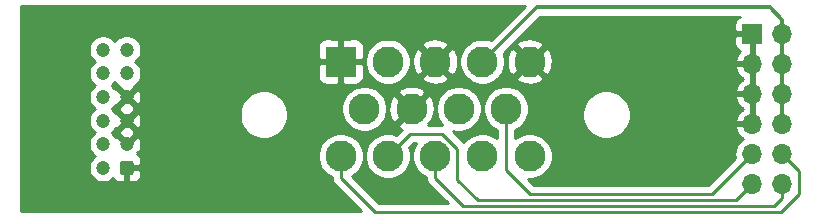
<source format=gbr>
G04 #@! TF.GenerationSoftware,KiCad,Pcbnew,(5.1.4)-1*
G04 #@! TF.CreationDate,2020-11-15T00:00:24-05:00*
G04 #@! TF.ProjectId,MAIN_newBreakoutBoard,4d41494e-5f6e-4657-9742-7265616b6f75,v1.0*
G04 #@! TF.SameCoordinates,Original*
G04 #@! TF.FileFunction,Copper,L2,Bot*
G04 #@! TF.FilePolarity,Positive*
%FSLAX46Y46*%
G04 Gerber Fmt 4.6, Leading zero omitted, Abs format (unit mm)*
G04 Created by KiCad (PCBNEW (5.1.4)-1) date 2020-11-15 00:00:24*
%MOMM*%
%LPD*%
G04 APERTURE LIST*
%ADD10R,2.625000X2.625000*%
%ADD11C,2.625000*%
%ADD12R,1.700000X1.700000*%
%ADD13O,1.700000X1.700000*%
%ADD14C,0.100000*%
%ADD15C,1.200000*%
%ADD16C,0.299720*%
%ADD17C,0.254000*%
G04 APERTURE END LIST*
D10*
X142000000Y-96000000D03*
D11*
X146000000Y-96000000D03*
X150000000Y-96000000D03*
X154000000Y-96000000D03*
X158000000Y-96000000D03*
X144000000Y-100000000D03*
X148000000Y-100000000D03*
X152000000Y-100000000D03*
X156000000Y-100000000D03*
X142000000Y-104000000D03*
X146000000Y-104000000D03*
X150000000Y-104000000D03*
X154000000Y-104000000D03*
X158000000Y-104000000D03*
D12*
X176830000Y-93650000D03*
D13*
X179370000Y-93650000D03*
X176830000Y-96190000D03*
X179370000Y-96190000D03*
X176830000Y-98730000D03*
X179370000Y-98730000D03*
X176830000Y-101270000D03*
X179370000Y-101270000D03*
X176830000Y-103810000D03*
X179370000Y-103810000D03*
X176830000Y-106350000D03*
X179370000Y-106350000D03*
D14*
G36*
X124264505Y-104401204D02*
G01*
X124288773Y-104404804D01*
X124312572Y-104410765D01*
X124335671Y-104419030D01*
X124357850Y-104429520D01*
X124378893Y-104442132D01*
X124398599Y-104456747D01*
X124416777Y-104473223D01*
X124433253Y-104491401D01*
X124447868Y-104511107D01*
X124460480Y-104532150D01*
X124470970Y-104554329D01*
X124479235Y-104577428D01*
X124485196Y-104601227D01*
X124488796Y-104625495D01*
X124490000Y-104649999D01*
X124490000Y-105350001D01*
X124488796Y-105374505D01*
X124485196Y-105398773D01*
X124479235Y-105422572D01*
X124470970Y-105445671D01*
X124460480Y-105467850D01*
X124447868Y-105488893D01*
X124433253Y-105508599D01*
X124416777Y-105526777D01*
X124398599Y-105543253D01*
X124378893Y-105557868D01*
X124357850Y-105570480D01*
X124335671Y-105580970D01*
X124312572Y-105589235D01*
X124288773Y-105595196D01*
X124264505Y-105598796D01*
X124240001Y-105600000D01*
X123539999Y-105600000D01*
X123515495Y-105598796D01*
X123491227Y-105595196D01*
X123467428Y-105589235D01*
X123444329Y-105580970D01*
X123422150Y-105570480D01*
X123401107Y-105557868D01*
X123381401Y-105543253D01*
X123363223Y-105526777D01*
X123346747Y-105508599D01*
X123332132Y-105488893D01*
X123319520Y-105467850D01*
X123309030Y-105445671D01*
X123300765Y-105422572D01*
X123294804Y-105398773D01*
X123291204Y-105374505D01*
X123290000Y-105350001D01*
X123290000Y-104649999D01*
X123291204Y-104625495D01*
X123294804Y-104601227D01*
X123300765Y-104577428D01*
X123309030Y-104554329D01*
X123319520Y-104532150D01*
X123332132Y-104511107D01*
X123346747Y-104491401D01*
X123363223Y-104473223D01*
X123381401Y-104456747D01*
X123401107Y-104442132D01*
X123422150Y-104429520D01*
X123444329Y-104419030D01*
X123467428Y-104410765D01*
X123491227Y-104404804D01*
X123515495Y-104401204D01*
X123539999Y-104400000D01*
X124240001Y-104400000D01*
X124264505Y-104401204D01*
X124264505Y-104401204D01*
G37*
D15*
X123890000Y-105000000D03*
X123890000Y-103000000D03*
X123890000Y-101000000D03*
X123890000Y-99000000D03*
X123890000Y-97000000D03*
X123890000Y-95000000D03*
X121890000Y-105000000D03*
X121890000Y-103000000D03*
X121890000Y-101000000D03*
X121890000Y-99000000D03*
X121890000Y-97000000D03*
X121890000Y-95000000D03*
D16*
X179370000Y-101270000D02*
X179370000Y-98730000D01*
X179370000Y-98730000D02*
X179370000Y-96190000D01*
X179370000Y-96190000D02*
X179370000Y-93650000D01*
X158585400Y-91414600D02*
X154000000Y-96000000D01*
X178336681Y-91414600D02*
X158585400Y-91414600D01*
X179370000Y-92447919D02*
X178336681Y-91414600D01*
X179370000Y-93650000D02*
X179370000Y-92447919D01*
D17*
X156000000Y-105200000D02*
X156000000Y-100000000D01*
X158038770Y-107238770D02*
X156000000Y-105200000D01*
X176830000Y-103810000D02*
X173401230Y-107238770D01*
X173401230Y-107238770D02*
X158038770Y-107238770D01*
X142000000Y-105856155D02*
X142000000Y-104000000D01*
X144906645Y-108762800D02*
X142000000Y-105856155D01*
X179273200Y-108762800D02*
X144906645Y-108762800D01*
X180793990Y-107242010D02*
X179273200Y-108762800D01*
X179370000Y-103810000D02*
X180793990Y-105233990D01*
X180793990Y-105233990D02*
X180793990Y-107242010D01*
X147892000Y-102108000D02*
X150622000Y-102108000D01*
X146000000Y-104000000D02*
X147892000Y-102108000D01*
X150622000Y-102108000D02*
X151892000Y-103378000D01*
X151892000Y-103378000D02*
X151892000Y-106045000D01*
X151892000Y-106045000D02*
X153593780Y-107746780D01*
X176830000Y-106350000D02*
X175433220Y-107746780D01*
X153593780Y-107746780D02*
X170992780Y-107746780D01*
X170992780Y-107746780D02*
X171424620Y-107746780D01*
X175433220Y-107746780D02*
X170992780Y-107746780D01*
X150000000Y-104490434D02*
X149987000Y-104503434D01*
X150000000Y-104000000D02*
X150000000Y-104490434D01*
X150000000Y-105856155D02*
X150000000Y-104000000D01*
X152398635Y-108254790D02*
X150000000Y-105856155D01*
X178667291Y-108254790D02*
X152398635Y-108254790D01*
X179370000Y-107552081D02*
X178667291Y-108254790D01*
X179370000Y-106350000D02*
X179370000Y-107552081D01*
G36*
X154705692Y-94184348D02*
G01*
X154568065Y-94127341D01*
X154191812Y-94052500D01*
X153808188Y-94052500D01*
X153431935Y-94127341D01*
X153077513Y-94274148D01*
X152758541Y-94487278D01*
X152487278Y-94758541D01*
X152274148Y-95077513D01*
X152127341Y-95431935D01*
X152052500Y-95808188D01*
X152052500Y-96191812D01*
X152127341Y-96568065D01*
X152274148Y-96922487D01*
X152487278Y-97241459D01*
X152758541Y-97512722D01*
X153077513Y-97725852D01*
X153431935Y-97872659D01*
X153808188Y-97947500D01*
X154191812Y-97947500D01*
X154568065Y-97872659D01*
X154922487Y-97725852D01*
X155241459Y-97512722D01*
X155396053Y-97358128D01*
X156821477Y-97358128D01*
X156954919Y-97654496D01*
X157297776Y-97826590D01*
X157667620Y-97928490D01*
X158050236Y-97956279D01*
X158430921Y-97908889D01*
X158795048Y-97788142D01*
X159045081Y-97654496D01*
X159178523Y-97358128D01*
X158000000Y-96179605D01*
X156821477Y-97358128D01*
X155396053Y-97358128D01*
X155512722Y-97241459D01*
X155725852Y-96922487D01*
X155872659Y-96568065D01*
X155947500Y-96191812D01*
X155947500Y-96050236D01*
X156043721Y-96050236D01*
X156091111Y-96430921D01*
X156211858Y-96795048D01*
X156345504Y-97045081D01*
X156641872Y-97178523D01*
X157820395Y-96000000D01*
X158179605Y-96000000D01*
X159358128Y-97178523D01*
X159654496Y-97045081D01*
X159826590Y-96702224D01*
X159869387Y-96546890D01*
X175388524Y-96546890D01*
X175433175Y-96694099D01*
X175558359Y-96956920D01*
X175732412Y-97190269D01*
X175948645Y-97385178D01*
X176074255Y-97460000D01*
X175948645Y-97534822D01*
X175732412Y-97729731D01*
X175558359Y-97963080D01*
X175433175Y-98225901D01*
X175388524Y-98373110D01*
X175509845Y-98603000D01*
X176703000Y-98603000D01*
X176703000Y-96317000D01*
X175509845Y-96317000D01*
X175388524Y-96546890D01*
X159869387Y-96546890D01*
X159928490Y-96332380D01*
X159956279Y-95949764D01*
X159908889Y-95569079D01*
X159788142Y-95204952D01*
X159654496Y-94954919D01*
X159358128Y-94821477D01*
X158179605Y-96000000D01*
X157820395Y-96000000D01*
X156641872Y-94821477D01*
X156345504Y-94954919D01*
X156173410Y-95297776D01*
X156071510Y-95667620D01*
X156043721Y-96050236D01*
X155947500Y-96050236D01*
X155947500Y-95808188D01*
X155872659Y-95431935D01*
X155815652Y-95294308D01*
X156468088Y-94641872D01*
X156821477Y-94641872D01*
X158000000Y-95820395D01*
X159178523Y-94641872D01*
X159114645Y-94500000D01*
X175341928Y-94500000D01*
X175354188Y-94624482D01*
X175390498Y-94744180D01*
X175449463Y-94854494D01*
X175528815Y-94951185D01*
X175625506Y-95030537D01*
X175735820Y-95089502D01*
X175816466Y-95113966D01*
X175732412Y-95189731D01*
X175558359Y-95423080D01*
X175433175Y-95685901D01*
X175388524Y-95833110D01*
X175509845Y-96063000D01*
X176703000Y-96063000D01*
X176703000Y-93777000D01*
X175503750Y-93777000D01*
X175345000Y-93935750D01*
X175341928Y-94500000D01*
X159114645Y-94500000D01*
X159045081Y-94345504D01*
X158702224Y-94173410D01*
X158332380Y-94071510D01*
X157949764Y-94043721D01*
X157569079Y-94091111D01*
X157204952Y-94211858D01*
X156954919Y-94345504D01*
X156821477Y-94641872D01*
X156468088Y-94641872D01*
X158910500Y-92199460D01*
X175772207Y-92199460D01*
X175735820Y-92210498D01*
X175625506Y-92269463D01*
X175528815Y-92348815D01*
X175449463Y-92445506D01*
X175390498Y-92555820D01*
X175354188Y-92675518D01*
X175341928Y-92800000D01*
X175345000Y-93364250D01*
X175503750Y-93523000D01*
X176703000Y-93523000D01*
X176703000Y-93503000D01*
X176957000Y-93503000D01*
X176957000Y-93523000D01*
X176977000Y-93523000D01*
X176977000Y-93777000D01*
X176957000Y-93777000D01*
X176957000Y-96063000D01*
X176977000Y-96063000D01*
X176977000Y-96317000D01*
X176957000Y-96317000D01*
X176957000Y-98603000D01*
X176977000Y-98603000D01*
X176977000Y-98857000D01*
X176957000Y-98857000D01*
X176957000Y-101143000D01*
X176977000Y-101143000D01*
X176977000Y-101397000D01*
X176957000Y-101397000D01*
X176957000Y-101417000D01*
X176703000Y-101417000D01*
X176703000Y-101397000D01*
X175509845Y-101397000D01*
X175388524Y-101626890D01*
X175433175Y-101774099D01*
X175558359Y-102036920D01*
X175732412Y-102270269D01*
X175948645Y-102465178D01*
X176065523Y-102534799D01*
X176000986Y-102569294D01*
X175774866Y-102754866D01*
X175589294Y-102980986D01*
X175451401Y-103238966D01*
X175366487Y-103518889D01*
X175337815Y-103810000D01*
X175366487Y-104101111D01*
X175388545Y-104173825D01*
X173085600Y-106476770D01*
X158354401Y-106476770D01*
X157825131Y-105947500D01*
X158191812Y-105947500D01*
X158568065Y-105872659D01*
X158922487Y-105725852D01*
X159241459Y-105512722D01*
X159512722Y-105241459D01*
X159725852Y-104922487D01*
X159872659Y-104568065D01*
X159947500Y-104191812D01*
X159947500Y-103808188D01*
X159872659Y-103431935D01*
X159725852Y-103077513D01*
X159512722Y-102758541D01*
X159241459Y-102487278D01*
X158922487Y-102274148D01*
X158568065Y-102127341D01*
X158191812Y-102052500D01*
X157808188Y-102052500D01*
X157431935Y-102127341D01*
X157077513Y-102274148D01*
X156762000Y-102484967D01*
X156762000Y-101792328D01*
X156922487Y-101725852D01*
X157241459Y-101512722D01*
X157512722Y-101241459D01*
X157725852Y-100922487D01*
X157872659Y-100568065D01*
X157926555Y-100297108D01*
X162440000Y-100297108D01*
X162440000Y-100702892D01*
X162519165Y-101100880D01*
X162674452Y-101475776D01*
X162899894Y-101813173D01*
X163186827Y-102100106D01*
X163524224Y-102325548D01*
X163899120Y-102480835D01*
X164297108Y-102560000D01*
X164702892Y-102560000D01*
X165100880Y-102480835D01*
X165475776Y-102325548D01*
X165813173Y-102100106D01*
X166100106Y-101813173D01*
X166325548Y-101475776D01*
X166480835Y-101100880D01*
X166560000Y-100702892D01*
X166560000Y-100297108D01*
X166480835Y-99899120D01*
X166325548Y-99524224D01*
X166100106Y-99186827D01*
X166000169Y-99086890D01*
X175388524Y-99086890D01*
X175433175Y-99234099D01*
X175558359Y-99496920D01*
X175732412Y-99730269D01*
X175948645Y-99925178D01*
X176074255Y-100000000D01*
X175948645Y-100074822D01*
X175732412Y-100269731D01*
X175558359Y-100503080D01*
X175433175Y-100765901D01*
X175388524Y-100913110D01*
X175509845Y-101143000D01*
X176703000Y-101143000D01*
X176703000Y-98857000D01*
X175509845Y-98857000D01*
X175388524Y-99086890D01*
X166000169Y-99086890D01*
X165813173Y-98899894D01*
X165475776Y-98674452D01*
X165100880Y-98519165D01*
X164702892Y-98440000D01*
X164297108Y-98440000D01*
X163899120Y-98519165D01*
X163524224Y-98674452D01*
X163186827Y-98899894D01*
X162899894Y-99186827D01*
X162674452Y-99524224D01*
X162519165Y-99899120D01*
X162440000Y-100297108D01*
X157926555Y-100297108D01*
X157947500Y-100191812D01*
X157947500Y-99808188D01*
X157872659Y-99431935D01*
X157725852Y-99077513D01*
X157512722Y-98758541D01*
X157241459Y-98487278D01*
X156922487Y-98274148D01*
X156568065Y-98127341D01*
X156191812Y-98052500D01*
X155808188Y-98052500D01*
X155431935Y-98127341D01*
X155077513Y-98274148D01*
X154758541Y-98487278D01*
X154487278Y-98758541D01*
X154274148Y-99077513D01*
X154127341Y-99431935D01*
X154052500Y-99808188D01*
X154052500Y-100191812D01*
X154127341Y-100568065D01*
X154274148Y-100922487D01*
X154487278Y-101241459D01*
X154758541Y-101512722D01*
X155077513Y-101725852D01*
X155238001Y-101792328D01*
X155238001Y-102484967D01*
X154922487Y-102274148D01*
X154568065Y-102127341D01*
X154191812Y-102052500D01*
X153808188Y-102052500D01*
X153431935Y-102127341D01*
X153077513Y-102274148D01*
X152758541Y-102487278D01*
X152487278Y-102758541D01*
X152434366Y-102837729D01*
X152433422Y-102836578D01*
X152404353Y-102812722D01*
X151472323Y-101880693D01*
X151808188Y-101947500D01*
X152191812Y-101947500D01*
X152568065Y-101872659D01*
X152922487Y-101725852D01*
X153241459Y-101512722D01*
X153512722Y-101241459D01*
X153725852Y-100922487D01*
X153872659Y-100568065D01*
X153947500Y-100191812D01*
X153947500Y-99808188D01*
X153872659Y-99431935D01*
X153725852Y-99077513D01*
X153512722Y-98758541D01*
X153241459Y-98487278D01*
X152922487Y-98274148D01*
X152568065Y-98127341D01*
X152191812Y-98052500D01*
X151808188Y-98052500D01*
X151431935Y-98127341D01*
X151077513Y-98274148D01*
X150758541Y-98487278D01*
X150487278Y-98758541D01*
X150274148Y-99077513D01*
X150127341Y-99431935D01*
X150052500Y-99808188D01*
X150052500Y-100191812D01*
X150127341Y-100568065D01*
X150274148Y-100922487D01*
X150487278Y-101241459D01*
X150591170Y-101345351D01*
X150584577Y-101346000D01*
X149420638Y-101346000D01*
X149473123Y-101293515D01*
X149358130Y-101178522D01*
X149654496Y-101045081D01*
X149826590Y-100702224D01*
X149928490Y-100332380D01*
X149956279Y-99949764D01*
X149908889Y-99569079D01*
X149788142Y-99204952D01*
X149654496Y-98954919D01*
X149358128Y-98821477D01*
X148179605Y-100000000D01*
X148193748Y-100014143D01*
X148014143Y-100193748D01*
X148000000Y-100179605D01*
X146821477Y-101358128D01*
X146954919Y-101654496D01*
X147163285Y-101759084D01*
X146728552Y-102193817D01*
X146568065Y-102127341D01*
X146191812Y-102052500D01*
X145808188Y-102052500D01*
X145431935Y-102127341D01*
X145077513Y-102274148D01*
X144758541Y-102487278D01*
X144487278Y-102758541D01*
X144274148Y-103077513D01*
X144127341Y-103431935D01*
X144052500Y-103808188D01*
X144052500Y-104191812D01*
X144127341Y-104568065D01*
X144274148Y-104922487D01*
X144487278Y-105241459D01*
X144758541Y-105512722D01*
X145077513Y-105725852D01*
X145431935Y-105872659D01*
X145808188Y-105947500D01*
X146191812Y-105947500D01*
X146568065Y-105872659D01*
X146922487Y-105725852D01*
X147241459Y-105512722D01*
X147512722Y-105241459D01*
X147725852Y-104922487D01*
X147872659Y-104568065D01*
X147947500Y-104191812D01*
X147947500Y-103808188D01*
X147872659Y-103431935D01*
X147806183Y-103271448D01*
X148207631Y-102870000D01*
X148412804Y-102870000D01*
X148274148Y-103077513D01*
X148127341Y-103431935D01*
X148052500Y-103808188D01*
X148052500Y-104191812D01*
X148127341Y-104568065D01*
X148274148Y-104922487D01*
X148487278Y-105241459D01*
X148758541Y-105512722D01*
X149077513Y-105725852D01*
X149238000Y-105792328D01*
X149238000Y-105818731D01*
X149234314Y-105856155D01*
X149238000Y-105893578D01*
X149238000Y-105893580D01*
X149249026Y-106005532D01*
X149292598Y-106149169D01*
X149316763Y-106194378D01*
X149363355Y-106281547D01*
X149402983Y-106329833D01*
X149458578Y-106397577D01*
X149487654Y-106421439D01*
X151067014Y-108000800D01*
X145222276Y-108000800D01*
X142937378Y-105715902D01*
X143241459Y-105512722D01*
X143512722Y-105241459D01*
X143725852Y-104922487D01*
X143872659Y-104568065D01*
X143947500Y-104191812D01*
X143947500Y-103808188D01*
X143872659Y-103431935D01*
X143725852Y-103077513D01*
X143512722Y-102758541D01*
X143241459Y-102487278D01*
X142922487Y-102274148D01*
X142568065Y-102127341D01*
X142191812Y-102052500D01*
X141808188Y-102052500D01*
X141431935Y-102127341D01*
X141077513Y-102274148D01*
X140758541Y-102487278D01*
X140487278Y-102758541D01*
X140274148Y-103077513D01*
X140127341Y-103431935D01*
X140052500Y-103808188D01*
X140052500Y-104191812D01*
X140127341Y-104568065D01*
X140274148Y-104922487D01*
X140487278Y-105241459D01*
X140758541Y-105512722D01*
X141077513Y-105725852D01*
X141238000Y-105792328D01*
X141238000Y-105818731D01*
X141234314Y-105856155D01*
X141238000Y-105893578D01*
X141238000Y-105893580D01*
X141249026Y-106005532D01*
X141292598Y-106149169D01*
X141316763Y-106194378D01*
X141363355Y-106281547D01*
X141402983Y-106329833D01*
X141458578Y-106397577D01*
X141487654Y-106421439D01*
X143756214Y-108690000D01*
X114940000Y-108690000D01*
X114940000Y-94878363D01*
X120655000Y-94878363D01*
X120655000Y-95121637D01*
X120702460Y-95360236D01*
X120795557Y-95584992D01*
X120930713Y-95787267D01*
X121102733Y-95959287D01*
X121163664Y-96000000D01*
X121102733Y-96040713D01*
X120930713Y-96212733D01*
X120795557Y-96415008D01*
X120702460Y-96639764D01*
X120655000Y-96878363D01*
X120655000Y-97121637D01*
X120702460Y-97360236D01*
X120795557Y-97584992D01*
X120930713Y-97787267D01*
X121102733Y-97959287D01*
X121163664Y-98000000D01*
X121102733Y-98040713D01*
X120930713Y-98212733D01*
X120795557Y-98415008D01*
X120702460Y-98639764D01*
X120655000Y-98878363D01*
X120655000Y-99121637D01*
X120702460Y-99360236D01*
X120795557Y-99584992D01*
X120930713Y-99787267D01*
X121102733Y-99959287D01*
X121163664Y-100000000D01*
X121102733Y-100040713D01*
X120930713Y-100212733D01*
X120795557Y-100415008D01*
X120702460Y-100639764D01*
X120655000Y-100878363D01*
X120655000Y-101121637D01*
X120702460Y-101360236D01*
X120795557Y-101584992D01*
X120930713Y-101787267D01*
X121102733Y-101959287D01*
X121163664Y-102000000D01*
X121102733Y-102040713D01*
X120930713Y-102212733D01*
X120795557Y-102415008D01*
X120702460Y-102639764D01*
X120655000Y-102878363D01*
X120655000Y-103121637D01*
X120702460Y-103360236D01*
X120795557Y-103584992D01*
X120930713Y-103787267D01*
X121102733Y-103959287D01*
X121163664Y-104000000D01*
X121102733Y-104040713D01*
X120930713Y-104212733D01*
X120795557Y-104415008D01*
X120702460Y-104639764D01*
X120655000Y-104878363D01*
X120655000Y-105121637D01*
X120702460Y-105360236D01*
X120795557Y-105584992D01*
X120930713Y-105787267D01*
X121102733Y-105959287D01*
X121305008Y-106094443D01*
X121529764Y-106187540D01*
X121768363Y-106235000D01*
X122011637Y-106235000D01*
X122250236Y-106187540D01*
X122474992Y-106094443D01*
X122677267Y-105959287D01*
X122732501Y-105904053D01*
X122759463Y-105954494D01*
X122838815Y-106051185D01*
X122935506Y-106130537D01*
X123045820Y-106189502D01*
X123165518Y-106225812D01*
X123290000Y-106238072D01*
X123604250Y-106235000D01*
X123763000Y-106076250D01*
X123763000Y-105127000D01*
X124017000Y-105127000D01*
X124017000Y-106076250D01*
X124175750Y-106235000D01*
X124490000Y-106238072D01*
X124614482Y-106225812D01*
X124734180Y-106189502D01*
X124844494Y-106130537D01*
X124941185Y-106051185D01*
X125020537Y-105954494D01*
X125079502Y-105844180D01*
X125115812Y-105724482D01*
X125128072Y-105600000D01*
X125125000Y-105285750D01*
X124966250Y-105127000D01*
X124017000Y-105127000D01*
X123763000Y-105127000D01*
X123743000Y-105127000D01*
X123743000Y-104873000D01*
X123763000Y-104873000D01*
X123763000Y-104853000D01*
X124017000Y-104853000D01*
X124017000Y-104873000D01*
X124966250Y-104873000D01*
X125125000Y-104714250D01*
X125128072Y-104400000D01*
X125115812Y-104275518D01*
X125079502Y-104155820D01*
X125020537Y-104045506D01*
X124941185Y-103948815D01*
X124844494Y-103869463D01*
X124798994Y-103845142D01*
X124856872Y-103787264D01*
X124739766Y-103670158D01*
X124963348Y-103622852D01*
X125064237Y-103401484D01*
X125120000Y-103164687D01*
X125128495Y-102921562D01*
X125089395Y-102681451D01*
X125004202Y-102453582D01*
X124963348Y-102377148D01*
X124739764Y-102329841D01*
X124069605Y-103000000D01*
X124083748Y-103014143D01*
X123904143Y-103193748D01*
X123890000Y-103179605D01*
X123875858Y-103193748D01*
X123696253Y-103014143D01*
X123710395Y-103000000D01*
X123040236Y-102329841D01*
X122941496Y-102350733D01*
X122849287Y-102212733D01*
X122677267Y-102040713D01*
X122616336Y-102000000D01*
X122677267Y-101959287D01*
X122786790Y-101849764D01*
X123219841Y-101849764D01*
X123251629Y-102000000D01*
X123219841Y-102150236D01*
X123890000Y-102820395D01*
X124560159Y-102150236D01*
X124528371Y-102000000D01*
X124560159Y-101849764D01*
X123890000Y-101179605D01*
X123219841Y-101849764D01*
X122786790Y-101849764D01*
X122849287Y-101787267D01*
X122941496Y-101649267D01*
X123040236Y-101670159D01*
X123710395Y-101000000D01*
X124069605Y-101000000D01*
X124739764Y-101670159D01*
X124963348Y-101622852D01*
X125064237Y-101401484D01*
X125120000Y-101164687D01*
X125128495Y-100921562D01*
X125089395Y-100681451D01*
X125004202Y-100453582D01*
X124963348Y-100377148D01*
X124739764Y-100329841D01*
X124069605Y-101000000D01*
X123710395Y-101000000D01*
X123040236Y-100329841D01*
X122941496Y-100350733D01*
X122849287Y-100212733D01*
X122677267Y-100040713D01*
X122616336Y-100000000D01*
X122677267Y-99959287D01*
X122786790Y-99849764D01*
X123219841Y-99849764D01*
X123251629Y-100000000D01*
X123219841Y-100150236D01*
X123890000Y-100820395D01*
X124413287Y-100297108D01*
X133440000Y-100297108D01*
X133440000Y-100702892D01*
X133519165Y-101100880D01*
X133674452Y-101475776D01*
X133899894Y-101813173D01*
X134186827Y-102100106D01*
X134524224Y-102325548D01*
X134899120Y-102480835D01*
X135297108Y-102560000D01*
X135702892Y-102560000D01*
X136100880Y-102480835D01*
X136475776Y-102325548D01*
X136813173Y-102100106D01*
X137100106Y-101813173D01*
X137325548Y-101475776D01*
X137480835Y-101100880D01*
X137560000Y-100702892D01*
X137560000Y-100297108D01*
X137480835Y-99899120D01*
X137443170Y-99808188D01*
X142052500Y-99808188D01*
X142052500Y-100191812D01*
X142127341Y-100568065D01*
X142274148Y-100922487D01*
X142487278Y-101241459D01*
X142758541Y-101512722D01*
X143077513Y-101725852D01*
X143431935Y-101872659D01*
X143808188Y-101947500D01*
X144191812Y-101947500D01*
X144568065Y-101872659D01*
X144922487Y-101725852D01*
X145241459Y-101512722D01*
X145512722Y-101241459D01*
X145725852Y-100922487D01*
X145872659Y-100568065D01*
X145947500Y-100191812D01*
X145947500Y-100050236D01*
X146043721Y-100050236D01*
X146091111Y-100430921D01*
X146211858Y-100795048D01*
X146345504Y-101045081D01*
X146641872Y-101178523D01*
X147820395Y-100000000D01*
X146641872Y-98821477D01*
X146345504Y-98954919D01*
X146173410Y-99297776D01*
X146071510Y-99667620D01*
X146043721Y-100050236D01*
X145947500Y-100050236D01*
X145947500Y-99808188D01*
X145872659Y-99431935D01*
X145725852Y-99077513D01*
X145512722Y-98758541D01*
X145396053Y-98641872D01*
X146821477Y-98641872D01*
X148000000Y-99820395D01*
X149178523Y-98641872D01*
X149045081Y-98345504D01*
X148702224Y-98173410D01*
X148332380Y-98071510D01*
X147949764Y-98043721D01*
X147569079Y-98091111D01*
X147204952Y-98211858D01*
X146954919Y-98345504D01*
X146821477Y-98641872D01*
X145396053Y-98641872D01*
X145241459Y-98487278D01*
X144922487Y-98274148D01*
X144568065Y-98127341D01*
X144191812Y-98052500D01*
X143808188Y-98052500D01*
X143431935Y-98127341D01*
X143077513Y-98274148D01*
X142758541Y-98487278D01*
X142487278Y-98758541D01*
X142274148Y-99077513D01*
X142127341Y-99431935D01*
X142052500Y-99808188D01*
X137443170Y-99808188D01*
X137325548Y-99524224D01*
X137100106Y-99186827D01*
X136813173Y-98899894D01*
X136475776Y-98674452D01*
X136100880Y-98519165D01*
X135702892Y-98440000D01*
X135297108Y-98440000D01*
X134899120Y-98519165D01*
X134524224Y-98674452D01*
X134186827Y-98899894D01*
X133899894Y-99186827D01*
X133674452Y-99524224D01*
X133519165Y-99899120D01*
X133440000Y-100297108D01*
X124413287Y-100297108D01*
X124560159Y-100150236D01*
X124528371Y-100000000D01*
X124560159Y-99849764D01*
X123890000Y-99179605D01*
X123219841Y-99849764D01*
X122786790Y-99849764D01*
X122849287Y-99787267D01*
X122941496Y-99649267D01*
X123040236Y-99670159D01*
X123710395Y-99000000D01*
X124069605Y-99000000D01*
X124739764Y-99670159D01*
X124963348Y-99622852D01*
X125064237Y-99401484D01*
X125120000Y-99164687D01*
X125128495Y-98921562D01*
X125089395Y-98681451D01*
X125004202Y-98453582D01*
X124963348Y-98377148D01*
X124739764Y-98329841D01*
X124069605Y-99000000D01*
X123710395Y-99000000D01*
X123040236Y-98329841D01*
X122941496Y-98350733D01*
X122849287Y-98212733D01*
X122677267Y-98040713D01*
X122616336Y-98000000D01*
X122677267Y-97959287D01*
X122849287Y-97787267D01*
X122890000Y-97726336D01*
X122930713Y-97787267D01*
X123102733Y-97959287D01*
X123240733Y-98051496D01*
X123219841Y-98150236D01*
X123890000Y-98820395D01*
X124560159Y-98150236D01*
X124539267Y-98051496D01*
X124677267Y-97959287D01*
X124849287Y-97787267D01*
X124984443Y-97584992D01*
X125077540Y-97360236D01*
X125087035Y-97312500D01*
X140049428Y-97312500D01*
X140061688Y-97436982D01*
X140097998Y-97556680D01*
X140156963Y-97666994D01*
X140236315Y-97763685D01*
X140333006Y-97843037D01*
X140443320Y-97902002D01*
X140563018Y-97938312D01*
X140687500Y-97950572D01*
X141714250Y-97947500D01*
X141873000Y-97788750D01*
X141873000Y-96127000D01*
X142127000Y-96127000D01*
X142127000Y-97788750D01*
X142285750Y-97947500D01*
X143312500Y-97950572D01*
X143436982Y-97938312D01*
X143556680Y-97902002D01*
X143666994Y-97843037D01*
X143763685Y-97763685D01*
X143843037Y-97666994D01*
X143902002Y-97556680D01*
X143938312Y-97436982D01*
X143950572Y-97312500D01*
X143947500Y-96285750D01*
X143788750Y-96127000D01*
X142127000Y-96127000D01*
X141873000Y-96127000D01*
X140211250Y-96127000D01*
X140052500Y-96285750D01*
X140049428Y-97312500D01*
X125087035Y-97312500D01*
X125125000Y-97121637D01*
X125125000Y-96878363D01*
X125077540Y-96639764D01*
X124984443Y-96415008D01*
X124849287Y-96212733D01*
X124677267Y-96040713D01*
X124616336Y-96000000D01*
X124677267Y-95959287D01*
X124849287Y-95787267D01*
X124984443Y-95584992D01*
X125077540Y-95360236D01*
X125125000Y-95121637D01*
X125125000Y-94878363D01*
X125087036Y-94687500D01*
X140049428Y-94687500D01*
X140052500Y-95714250D01*
X140211250Y-95873000D01*
X141873000Y-95873000D01*
X141873000Y-94211250D01*
X142127000Y-94211250D01*
X142127000Y-95873000D01*
X143788750Y-95873000D01*
X143853562Y-95808188D01*
X144052500Y-95808188D01*
X144052500Y-96191812D01*
X144127341Y-96568065D01*
X144274148Y-96922487D01*
X144487278Y-97241459D01*
X144758541Y-97512722D01*
X145077513Y-97725852D01*
X145431935Y-97872659D01*
X145808188Y-97947500D01*
X146191812Y-97947500D01*
X146568065Y-97872659D01*
X146922487Y-97725852D01*
X147241459Y-97512722D01*
X147396053Y-97358128D01*
X148821477Y-97358128D01*
X148954919Y-97654496D01*
X149297776Y-97826590D01*
X149667620Y-97928490D01*
X150050236Y-97956279D01*
X150430921Y-97908889D01*
X150795048Y-97788142D01*
X151045081Y-97654496D01*
X151178523Y-97358128D01*
X150000000Y-96179605D01*
X148821477Y-97358128D01*
X147396053Y-97358128D01*
X147512722Y-97241459D01*
X147725852Y-96922487D01*
X147872659Y-96568065D01*
X147947500Y-96191812D01*
X147947500Y-96050236D01*
X148043721Y-96050236D01*
X148091111Y-96430921D01*
X148211858Y-96795048D01*
X148345504Y-97045081D01*
X148641872Y-97178523D01*
X149820395Y-96000000D01*
X150179605Y-96000000D01*
X151358128Y-97178523D01*
X151654496Y-97045081D01*
X151826590Y-96702224D01*
X151928490Y-96332380D01*
X151956279Y-95949764D01*
X151908889Y-95569079D01*
X151788142Y-95204952D01*
X151654496Y-94954919D01*
X151358128Y-94821477D01*
X150179605Y-96000000D01*
X149820395Y-96000000D01*
X148641872Y-94821477D01*
X148345504Y-94954919D01*
X148173410Y-95297776D01*
X148071510Y-95667620D01*
X148043721Y-96050236D01*
X147947500Y-96050236D01*
X147947500Y-95808188D01*
X147872659Y-95431935D01*
X147725852Y-95077513D01*
X147512722Y-94758541D01*
X147396053Y-94641872D01*
X148821477Y-94641872D01*
X150000000Y-95820395D01*
X151178523Y-94641872D01*
X151045081Y-94345504D01*
X150702224Y-94173410D01*
X150332380Y-94071510D01*
X149949764Y-94043721D01*
X149569079Y-94091111D01*
X149204952Y-94211858D01*
X148954919Y-94345504D01*
X148821477Y-94641872D01*
X147396053Y-94641872D01*
X147241459Y-94487278D01*
X146922487Y-94274148D01*
X146568065Y-94127341D01*
X146191812Y-94052500D01*
X145808188Y-94052500D01*
X145431935Y-94127341D01*
X145077513Y-94274148D01*
X144758541Y-94487278D01*
X144487278Y-94758541D01*
X144274148Y-95077513D01*
X144127341Y-95431935D01*
X144052500Y-95808188D01*
X143853562Y-95808188D01*
X143947500Y-95714250D01*
X143950572Y-94687500D01*
X143938312Y-94563018D01*
X143902002Y-94443320D01*
X143843037Y-94333006D01*
X143763685Y-94236315D01*
X143666994Y-94156963D01*
X143556680Y-94097998D01*
X143436982Y-94061688D01*
X143312500Y-94049428D01*
X142285750Y-94052500D01*
X142127000Y-94211250D01*
X141873000Y-94211250D01*
X141714250Y-94052500D01*
X140687500Y-94049428D01*
X140563018Y-94061688D01*
X140443320Y-94097998D01*
X140333006Y-94156963D01*
X140236315Y-94236315D01*
X140156963Y-94333006D01*
X140097998Y-94443320D01*
X140061688Y-94563018D01*
X140049428Y-94687500D01*
X125087036Y-94687500D01*
X125077540Y-94639764D01*
X124984443Y-94415008D01*
X124849287Y-94212733D01*
X124677267Y-94040713D01*
X124474992Y-93905557D01*
X124250236Y-93812460D01*
X124011637Y-93765000D01*
X123768363Y-93765000D01*
X123529764Y-93812460D01*
X123305008Y-93905557D01*
X123102733Y-94040713D01*
X122930713Y-94212733D01*
X122890000Y-94273664D01*
X122849287Y-94212733D01*
X122677267Y-94040713D01*
X122474992Y-93905557D01*
X122250236Y-93812460D01*
X122011637Y-93765000D01*
X121768363Y-93765000D01*
X121529764Y-93812460D01*
X121305008Y-93905557D01*
X121102733Y-94040713D01*
X120930713Y-94212733D01*
X120795557Y-94415008D01*
X120702460Y-94639764D01*
X120655000Y-94878363D01*
X114940000Y-94878363D01*
X114940000Y-91310000D01*
X157580040Y-91310000D01*
X154705692Y-94184348D01*
X154705692Y-94184348D01*
G37*
X154705692Y-94184348D02*
X154568065Y-94127341D01*
X154191812Y-94052500D01*
X153808188Y-94052500D01*
X153431935Y-94127341D01*
X153077513Y-94274148D01*
X152758541Y-94487278D01*
X152487278Y-94758541D01*
X152274148Y-95077513D01*
X152127341Y-95431935D01*
X152052500Y-95808188D01*
X152052500Y-96191812D01*
X152127341Y-96568065D01*
X152274148Y-96922487D01*
X152487278Y-97241459D01*
X152758541Y-97512722D01*
X153077513Y-97725852D01*
X153431935Y-97872659D01*
X153808188Y-97947500D01*
X154191812Y-97947500D01*
X154568065Y-97872659D01*
X154922487Y-97725852D01*
X155241459Y-97512722D01*
X155396053Y-97358128D01*
X156821477Y-97358128D01*
X156954919Y-97654496D01*
X157297776Y-97826590D01*
X157667620Y-97928490D01*
X158050236Y-97956279D01*
X158430921Y-97908889D01*
X158795048Y-97788142D01*
X159045081Y-97654496D01*
X159178523Y-97358128D01*
X158000000Y-96179605D01*
X156821477Y-97358128D01*
X155396053Y-97358128D01*
X155512722Y-97241459D01*
X155725852Y-96922487D01*
X155872659Y-96568065D01*
X155947500Y-96191812D01*
X155947500Y-96050236D01*
X156043721Y-96050236D01*
X156091111Y-96430921D01*
X156211858Y-96795048D01*
X156345504Y-97045081D01*
X156641872Y-97178523D01*
X157820395Y-96000000D01*
X158179605Y-96000000D01*
X159358128Y-97178523D01*
X159654496Y-97045081D01*
X159826590Y-96702224D01*
X159869387Y-96546890D01*
X175388524Y-96546890D01*
X175433175Y-96694099D01*
X175558359Y-96956920D01*
X175732412Y-97190269D01*
X175948645Y-97385178D01*
X176074255Y-97460000D01*
X175948645Y-97534822D01*
X175732412Y-97729731D01*
X175558359Y-97963080D01*
X175433175Y-98225901D01*
X175388524Y-98373110D01*
X175509845Y-98603000D01*
X176703000Y-98603000D01*
X176703000Y-96317000D01*
X175509845Y-96317000D01*
X175388524Y-96546890D01*
X159869387Y-96546890D01*
X159928490Y-96332380D01*
X159956279Y-95949764D01*
X159908889Y-95569079D01*
X159788142Y-95204952D01*
X159654496Y-94954919D01*
X159358128Y-94821477D01*
X158179605Y-96000000D01*
X157820395Y-96000000D01*
X156641872Y-94821477D01*
X156345504Y-94954919D01*
X156173410Y-95297776D01*
X156071510Y-95667620D01*
X156043721Y-96050236D01*
X155947500Y-96050236D01*
X155947500Y-95808188D01*
X155872659Y-95431935D01*
X155815652Y-95294308D01*
X156468088Y-94641872D01*
X156821477Y-94641872D01*
X158000000Y-95820395D01*
X159178523Y-94641872D01*
X159114645Y-94500000D01*
X175341928Y-94500000D01*
X175354188Y-94624482D01*
X175390498Y-94744180D01*
X175449463Y-94854494D01*
X175528815Y-94951185D01*
X175625506Y-95030537D01*
X175735820Y-95089502D01*
X175816466Y-95113966D01*
X175732412Y-95189731D01*
X175558359Y-95423080D01*
X175433175Y-95685901D01*
X175388524Y-95833110D01*
X175509845Y-96063000D01*
X176703000Y-96063000D01*
X176703000Y-93777000D01*
X175503750Y-93777000D01*
X175345000Y-93935750D01*
X175341928Y-94500000D01*
X159114645Y-94500000D01*
X159045081Y-94345504D01*
X158702224Y-94173410D01*
X158332380Y-94071510D01*
X157949764Y-94043721D01*
X157569079Y-94091111D01*
X157204952Y-94211858D01*
X156954919Y-94345504D01*
X156821477Y-94641872D01*
X156468088Y-94641872D01*
X158910500Y-92199460D01*
X175772207Y-92199460D01*
X175735820Y-92210498D01*
X175625506Y-92269463D01*
X175528815Y-92348815D01*
X175449463Y-92445506D01*
X175390498Y-92555820D01*
X175354188Y-92675518D01*
X175341928Y-92800000D01*
X175345000Y-93364250D01*
X175503750Y-93523000D01*
X176703000Y-93523000D01*
X176703000Y-93503000D01*
X176957000Y-93503000D01*
X176957000Y-93523000D01*
X176977000Y-93523000D01*
X176977000Y-93777000D01*
X176957000Y-93777000D01*
X176957000Y-96063000D01*
X176977000Y-96063000D01*
X176977000Y-96317000D01*
X176957000Y-96317000D01*
X176957000Y-98603000D01*
X176977000Y-98603000D01*
X176977000Y-98857000D01*
X176957000Y-98857000D01*
X176957000Y-101143000D01*
X176977000Y-101143000D01*
X176977000Y-101397000D01*
X176957000Y-101397000D01*
X176957000Y-101417000D01*
X176703000Y-101417000D01*
X176703000Y-101397000D01*
X175509845Y-101397000D01*
X175388524Y-101626890D01*
X175433175Y-101774099D01*
X175558359Y-102036920D01*
X175732412Y-102270269D01*
X175948645Y-102465178D01*
X176065523Y-102534799D01*
X176000986Y-102569294D01*
X175774866Y-102754866D01*
X175589294Y-102980986D01*
X175451401Y-103238966D01*
X175366487Y-103518889D01*
X175337815Y-103810000D01*
X175366487Y-104101111D01*
X175388545Y-104173825D01*
X173085600Y-106476770D01*
X158354401Y-106476770D01*
X157825131Y-105947500D01*
X158191812Y-105947500D01*
X158568065Y-105872659D01*
X158922487Y-105725852D01*
X159241459Y-105512722D01*
X159512722Y-105241459D01*
X159725852Y-104922487D01*
X159872659Y-104568065D01*
X159947500Y-104191812D01*
X159947500Y-103808188D01*
X159872659Y-103431935D01*
X159725852Y-103077513D01*
X159512722Y-102758541D01*
X159241459Y-102487278D01*
X158922487Y-102274148D01*
X158568065Y-102127341D01*
X158191812Y-102052500D01*
X157808188Y-102052500D01*
X157431935Y-102127341D01*
X157077513Y-102274148D01*
X156762000Y-102484967D01*
X156762000Y-101792328D01*
X156922487Y-101725852D01*
X157241459Y-101512722D01*
X157512722Y-101241459D01*
X157725852Y-100922487D01*
X157872659Y-100568065D01*
X157926555Y-100297108D01*
X162440000Y-100297108D01*
X162440000Y-100702892D01*
X162519165Y-101100880D01*
X162674452Y-101475776D01*
X162899894Y-101813173D01*
X163186827Y-102100106D01*
X163524224Y-102325548D01*
X163899120Y-102480835D01*
X164297108Y-102560000D01*
X164702892Y-102560000D01*
X165100880Y-102480835D01*
X165475776Y-102325548D01*
X165813173Y-102100106D01*
X166100106Y-101813173D01*
X166325548Y-101475776D01*
X166480835Y-101100880D01*
X166560000Y-100702892D01*
X166560000Y-100297108D01*
X166480835Y-99899120D01*
X166325548Y-99524224D01*
X166100106Y-99186827D01*
X166000169Y-99086890D01*
X175388524Y-99086890D01*
X175433175Y-99234099D01*
X175558359Y-99496920D01*
X175732412Y-99730269D01*
X175948645Y-99925178D01*
X176074255Y-100000000D01*
X175948645Y-100074822D01*
X175732412Y-100269731D01*
X175558359Y-100503080D01*
X175433175Y-100765901D01*
X175388524Y-100913110D01*
X175509845Y-101143000D01*
X176703000Y-101143000D01*
X176703000Y-98857000D01*
X175509845Y-98857000D01*
X175388524Y-99086890D01*
X166000169Y-99086890D01*
X165813173Y-98899894D01*
X165475776Y-98674452D01*
X165100880Y-98519165D01*
X164702892Y-98440000D01*
X164297108Y-98440000D01*
X163899120Y-98519165D01*
X163524224Y-98674452D01*
X163186827Y-98899894D01*
X162899894Y-99186827D01*
X162674452Y-99524224D01*
X162519165Y-99899120D01*
X162440000Y-100297108D01*
X157926555Y-100297108D01*
X157947500Y-100191812D01*
X157947500Y-99808188D01*
X157872659Y-99431935D01*
X157725852Y-99077513D01*
X157512722Y-98758541D01*
X157241459Y-98487278D01*
X156922487Y-98274148D01*
X156568065Y-98127341D01*
X156191812Y-98052500D01*
X155808188Y-98052500D01*
X155431935Y-98127341D01*
X155077513Y-98274148D01*
X154758541Y-98487278D01*
X154487278Y-98758541D01*
X154274148Y-99077513D01*
X154127341Y-99431935D01*
X154052500Y-99808188D01*
X154052500Y-100191812D01*
X154127341Y-100568065D01*
X154274148Y-100922487D01*
X154487278Y-101241459D01*
X154758541Y-101512722D01*
X155077513Y-101725852D01*
X155238001Y-101792328D01*
X155238001Y-102484967D01*
X154922487Y-102274148D01*
X154568065Y-102127341D01*
X154191812Y-102052500D01*
X153808188Y-102052500D01*
X153431935Y-102127341D01*
X153077513Y-102274148D01*
X152758541Y-102487278D01*
X152487278Y-102758541D01*
X152434366Y-102837729D01*
X152433422Y-102836578D01*
X152404353Y-102812722D01*
X151472323Y-101880693D01*
X151808188Y-101947500D01*
X152191812Y-101947500D01*
X152568065Y-101872659D01*
X152922487Y-101725852D01*
X153241459Y-101512722D01*
X153512722Y-101241459D01*
X153725852Y-100922487D01*
X153872659Y-100568065D01*
X153947500Y-100191812D01*
X153947500Y-99808188D01*
X153872659Y-99431935D01*
X153725852Y-99077513D01*
X153512722Y-98758541D01*
X153241459Y-98487278D01*
X152922487Y-98274148D01*
X152568065Y-98127341D01*
X152191812Y-98052500D01*
X151808188Y-98052500D01*
X151431935Y-98127341D01*
X151077513Y-98274148D01*
X150758541Y-98487278D01*
X150487278Y-98758541D01*
X150274148Y-99077513D01*
X150127341Y-99431935D01*
X150052500Y-99808188D01*
X150052500Y-100191812D01*
X150127341Y-100568065D01*
X150274148Y-100922487D01*
X150487278Y-101241459D01*
X150591170Y-101345351D01*
X150584577Y-101346000D01*
X149420638Y-101346000D01*
X149473123Y-101293515D01*
X149358130Y-101178522D01*
X149654496Y-101045081D01*
X149826590Y-100702224D01*
X149928490Y-100332380D01*
X149956279Y-99949764D01*
X149908889Y-99569079D01*
X149788142Y-99204952D01*
X149654496Y-98954919D01*
X149358128Y-98821477D01*
X148179605Y-100000000D01*
X148193748Y-100014143D01*
X148014143Y-100193748D01*
X148000000Y-100179605D01*
X146821477Y-101358128D01*
X146954919Y-101654496D01*
X147163285Y-101759084D01*
X146728552Y-102193817D01*
X146568065Y-102127341D01*
X146191812Y-102052500D01*
X145808188Y-102052500D01*
X145431935Y-102127341D01*
X145077513Y-102274148D01*
X144758541Y-102487278D01*
X144487278Y-102758541D01*
X144274148Y-103077513D01*
X144127341Y-103431935D01*
X144052500Y-103808188D01*
X144052500Y-104191812D01*
X144127341Y-104568065D01*
X144274148Y-104922487D01*
X144487278Y-105241459D01*
X144758541Y-105512722D01*
X145077513Y-105725852D01*
X145431935Y-105872659D01*
X145808188Y-105947500D01*
X146191812Y-105947500D01*
X146568065Y-105872659D01*
X146922487Y-105725852D01*
X147241459Y-105512722D01*
X147512722Y-105241459D01*
X147725852Y-104922487D01*
X147872659Y-104568065D01*
X147947500Y-104191812D01*
X147947500Y-103808188D01*
X147872659Y-103431935D01*
X147806183Y-103271448D01*
X148207631Y-102870000D01*
X148412804Y-102870000D01*
X148274148Y-103077513D01*
X148127341Y-103431935D01*
X148052500Y-103808188D01*
X148052500Y-104191812D01*
X148127341Y-104568065D01*
X148274148Y-104922487D01*
X148487278Y-105241459D01*
X148758541Y-105512722D01*
X149077513Y-105725852D01*
X149238000Y-105792328D01*
X149238000Y-105818731D01*
X149234314Y-105856155D01*
X149238000Y-105893578D01*
X149238000Y-105893580D01*
X149249026Y-106005532D01*
X149292598Y-106149169D01*
X149316763Y-106194378D01*
X149363355Y-106281547D01*
X149402983Y-106329833D01*
X149458578Y-106397577D01*
X149487654Y-106421439D01*
X151067014Y-108000800D01*
X145222276Y-108000800D01*
X142937378Y-105715902D01*
X143241459Y-105512722D01*
X143512722Y-105241459D01*
X143725852Y-104922487D01*
X143872659Y-104568065D01*
X143947500Y-104191812D01*
X143947500Y-103808188D01*
X143872659Y-103431935D01*
X143725852Y-103077513D01*
X143512722Y-102758541D01*
X143241459Y-102487278D01*
X142922487Y-102274148D01*
X142568065Y-102127341D01*
X142191812Y-102052500D01*
X141808188Y-102052500D01*
X141431935Y-102127341D01*
X141077513Y-102274148D01*
X140758541Y-102487278D01*
X140487278Y-102758541D01*
X140274148Y-103077513D01*
X140127341Y-103431935D01*
X140052500Y-103808188D01*
X140052500Y-104191812D01*
X140127341Y-104568065D01*
X140274148Y-104922487D01*
X140487278Y-105241459D01*
X140758541Y-105512722D01*
X141077513Y-105725852D01*
X141238000Y-105792328D01*
X141238000Y-105818731D01*
X141234314Y-105856155D01*
X141238000Y-105893578D01*
X141238000Y-105893580D01*
X141249026Y-106005532D01*
X141292598Y-106149169D01*
X141316763Y-106194378D01*
X141363355Y-106281547D01*
X141402983Y-106329833D01*
X141458578Y-106397577D01*
X141487654Y-106421439D01*
X143756214Y-108690000D01*
X114940000Y-108690000D01*
X114940000Y-94878363D01*
X120655000Y-94878363D01*
X120655000Y-95121637D01*
X120702460Y-95360236D01*
X120795557Y-95584992D01*
X120930713Y-95787267D01*
X121102733Y-95959287D01*
X121163664Y-96000000D01*
X121102733Y-96040713D01*
X120930713Y-96212733D01*
X120795557Y-96415008D01*
X120702460Y-96639764D01*
X120655000Y-96878363D01*
X120655000Y-97121637D01*
X120702460Y-97360236D01*
X120795557Y-97584992D01*
X120930713Y-97787267D01*
X121102733Y-97959287D01*
X121163664Y-98000000D01*
X121102733Y-98040713D01*
X120930713Y-98212733D01*
X120795557Y-98415008D01*
X120702460Y-98639764D01*
X120655000Y-98878363D01*
X120655000Y-99121637D01*
X120702460Y-99360236D01*
X120795557Y-99584992D01*
X120930713Y-99787267D01*
X121102733Y-99959287D01*
X121163664Y-100000000D01*
X121102733Y-100040713D01*
X120930713Y-100212733D01*
X120795557Y-100415008D01*
X120702460Y-100639764D01*
X120655000Y-100878363D01*
X120655000Y-101121637D01*
X120702460Y-101360236D01*
X120795557Y-101584992D01*
X120930713Y-101787267D01*
X121102733Y-101959287D01*
X121163664Y-102000000D01*
X121102733Y-102040713D01*
X120930713Y-102212733D01*
X120795557Y-102415008D01*
X120702460Y-102639764D01*
X120655000Y-102878363D01*
X120655000Y-103121637D01*
X120702460Y-103360236D01*
X120795557Y-103584992D01*
X120930713Y-103787267D01*
X121102733Y-103959287D01*
X121163664Y-104000000D01*
X121102733Y-104040713D01*
X120930713Y-104212733D01*
X120795557Y-104415008D01*
X120702460Y-104639764D01*
X120655000Y-104878363D01*
X120655000Y-105121637D01*
X120702460Y-105360236D01*
X120795557Y-105584992D01*
X120930713Y-105787267D01*
X121102733Y-105959287D01*
X121305008Y-106094443D01*
X121529764Y-106187540D01*
X121768363Y-106235000D01*
X122011637Y-106235000D01*
X122250236Y-106187540D01*
X122474992Y-106094443D01*
X122677267Y-105959287D01*
X122732501Y-105904053D01*
X122759463Y-105954494D01*
X122838815Y-106051185D01*
X122935506Y-106130537D01*
X123045820Y-106189502D01*
X123165518Y-106225812D01*
X123290000Y-106238072D01*
X123604250Y-106235000D01*
X123763000Y-106076250D01*
X123763000Y-105127000D01*
X124017000Y-105127000D01*
X124017000Y-106076250D01*
X124175750Y-106235000D01*
X124490000Y-106238072D01*
X124614482Y-106225812D01*
X124734180Y-106189502D01*
X124844494Y-106130537D01*
X124941185Y-106051185D01*
X125020537Y-105954494D01*
X125079502Y-105844180D01*
X125115812Y-105724482D01*
X125128072Y-105600000D01*
X125125000Y-105285750D01*
X124966250Y-105127000D01*
X124017000Y-105127000D01*
X123763000Y-105127000D01*
X123743000Y-105127000D01*
X123743000Y-104873000D01*
X123763000Y-104873000D01*
X123763000Y-104853000D01*
X124017000Y-104853000D01*
X124017000Y-104873000D01*
X124966250Y-104873000D01*
X125125000Y-104714250D01*
X125128072Y-104400000D01*
X125115812Y-104275518D01*
X125079502Y-104155820D01*
X125020537Y-104045506D01*
X124941185Y-103948815D01*
X124844494Y-103869463D01*
X124798994Y-103845142D01*
X124856872Y-103787264D01*
X124739766Y-103670158D01*
X124963348Y-103622852D01*
X125064237Y-103401484D01*
X125120000Y-103164687D01*
X125128495Y-102921562D01*
X125089395Y-102681451D01*
X125004202Y-102453582D01*
X124963348Y-102377148D01*
X124739764Y-102329841D01*
X124069605Y-103000000D01*
X124083748Y-103014143D01*
X123904143Y-103193748D01*
X123890000Y-103179605D01*
X123875858Y-103193748D01*
X123696253Y-103014143D01*
X123710395Y-103000000D01*
X123040236Y-102329841D01*
X122941496Y-102350733D01*
X122849287Y-102212733D01*
X122677267Y-102040713D01*
X122616336Y-102000000D01*
X122677267Y-101959287D01*
X122786790Y-101849764D01*
X123219841Y-101849764D01*
X123251629Y-102000000D01*
X123219841Y-102150236D01*
X123890000Y-102820395D01*
X124560159Y-102150236D01*
X124528371Y-102000000D01*
X124560159Y-101849764D01*
X123890000Y-101179605D01*
X123219841Y-101849764D01*
X122786790Y-101849764D01*
X122849287Y-101787267D01*
X122941496Y-101649267D01*
X123040236Y-101670159D01*
X123710395Y-101000000D01*
X124069605Y-101000000D01*
X124739764Y-101670159D01*
X124963348Y-101622852D01*
X125064237Y-101401484D01*
X125120000Y-101164687D01*
X125128495Y-100921562D01*
X125089395Y-100681451D01*
X125004202Y-100453582D01*
X124963348Y-100377148D01*
X124739764Y-100329841D01*
X124069605Y-101000000D01*
X123710395Y-101000000D01*
X123040236Y-100329841D01*
X122941496Y-100350733D01*
X122849287Y-100212733D01*
X122677267Y-100040713D01*
X122616336Y-100000000D01*
X122677267Y-99959287D01*
X122786790Y-99849764D01*
X123219841Y-99849764D01*
X123251629Y-100000000D01*
X123219841Y-100150236D01*
X123890000Y-100820395D01*
X124413287Y-100297108D01*
X133440000Y-100297108D01*
X133440000Y-100702892D01*
X133519165Y-101100880D01*
X133674452Y-101475776D01*
X133899894Y-101813173D01*
X134186827Y-102100106D01*
X134524224Y-102325548D01*
X134899120Y-102480835D01*
X135297108Y-102560000D01*
X135702892Y-102560000D01*
X136100880Y-102480835D01*
X136475776Y-102325548D01*
X136813173Y-102100106D01*
X137100106Y-101813173D01*
X137325548Y-101475776D01*
X137480835Y-101100880D01*
X137560000Y-100702892D01*
X137560000Y-100297108D01*
X137480835Y-99899120D01*
X137443170Y-99808188D01*
X142052500Y-99808188D01*
X142052500Y-100191812D01*
X142127341Y-100568065D01*
X142274148Y-100922487D01*
X142487278Y-101241459D01*
X142758541Y-101512722D01*
X143077513Y-101725852D01*
X143431935Y-101872659D01*
X143808188Y-101947500D01*
X144191812Y-101947500D01*
X144568065Y-101872659D01*
X144922487Y-101725852D01*
X145241459Y-101512722D01*
X145512722Y-101241459D01*
X145725852Y-100922487D01*
X145872659Y-100568065D01*
X145947500Y-100191812D01*
X145947500Y-100050236D01*
X146043721Y-100050236D01*
X146091111Y-100430921D01*
X146211858Y-100795048D01*
X146345504Y-101045081D01*
X146641872Y-101178523D01*
X147820395Y-100000000D01*
X146641872Y-98821477D01*
X146345504Y-98954919D01*
X146173410Y-99297776D01*
X146071510Y-99667620D01*
X146043721Y-100050236D01*
X145947500Y-100050236D01*
X145947500Y-99808188D01*
X145872659Y-99431935D01*
X145725852Y-99077513D01*
X145512722Y-98758541D01*
X145396053Y-98641872D01*
X146821477Y-98641872D01*
X148000000Y-99820395D01*
X149178523Y-98641872D01*
X149045081Y-98345504D01*
X148702224Y-98173410D01*
X148332380Y-98071510D01*
X147949764Y-98043721D01*
X147569079Y-98091111D01*
X147204952Y-98211858D01*
X146954919Y-98345504D01*
X146821477Y-98641872D01*
X145396053Y-98641872D01*
X145241459Y-98487278D01*
X144922487Y-98274148D01*
X144568065Y-98127341D01*
X144191812Y-98052500D01*
X143808188Y-98052500D01*
X143431935Y-98127341D01*
X143077513Y-98274148D01*
X142758541Y-98487278D01*
X142487278Y-98758541D01*
X142274148Y-99077513D01*
X142127341Y-99431935D01*
X142052500Y-99808188D01*
X137443170Y-99808188D01*
X137325548Y-99524224D01*
X137100106Y-99186827D01*
X136813173Y-98899894D01*
X136475776Y-98674452D01*
X136100880Y-98519165D01*
X135702892Y-98440000D01*
X135297108Y-98440000D01*
X134899120Y-98519165D01*
X134524224Y-98674452D01*
X134186827Y-98899894D01*
X133899894Y-99186827D01*
X133674452Y-99524224D01*
X133519165Y-99899120D01*
X133440000Y-100297108D01*
X124413287Y-100297108D01*
X124560159Y-100150236D01*
X124528371Y-100000000D01*
X124560159Y-99849764D01*
X123890000Y-99179605D01*
X123219841Y-99849764D01*
X122786790Y-99849764D01*
X122849287Y-99787267D01*
X122941496Y-99649267D01*
X123040236Y-99670159D01*
X123710395Y-99000000D01*
X124069605Y-99000000D01*
X124739764Y-99670159D01*
X124963348Y-99622852D01*
X125064237Y-99401484D01*
X125120000Y-99164687D01*
X125128495Y-98921562D01*
X125089395Y-98681451D01*
X125004202Y-98453582D01*
X124963348Y-98377148D01*
X124739764Y-98329841D01*
X124069605Y-99000000D01*
X123710395Y-99000000D01*
X123040236Y-98329841D01*
X122941496Y-98350733D01*
X122849287Y-98212733D01*
X122677267Y-98040713D01*
X122616336Y-98000000D01*
X122677267Y-97959287D01*
X122849287Y-97787267D01*
X122890000Y-97726336D01*
X122930713Y-97787267D01*
X123102733Y-97959287D01*
X123240733Y-98051496D01*
X123219841Y-98150236D01*
X123890000Y-98820395D01*
X124560159Y-98150236D01*
X124539267Y-98051496D01*
X124677267Y-97959287D01*
X124849287Y-97787267D01*
X124984443Y-97584992D01*
X125077540Y-97360236D01*
X125087035Y-97312500D01*
X140049428Y-97312500D01*
X140061688Y-97436982D01*
X140097998Y-97556680D01*
X140156963Y-97666994D01*
X140236315Y-97763685D01*
X140333006Y-97843037D01*
X140443320Y-97902002D01*
X140563018Y-97938312D01*
X140687500Y-97950572D01*
X141714250Y-97947500D01*
X141873000Y-97788750D01*
X141873000Y-96127000D01*
X142127000Y-96127000D01*
X142127000Y-97788750D01*
X142285750Y-97947500D01*
X143312500Y-97950572D01*
X143436982Y-97938312D01*
X143556680Y-97902002D01*
X143666994Y-97843037D01*
X143763685Y-97763685D01*
X143843037Y-97666994D01*
X143902002Y-97556680D01*
X143938312Y-97436982D01*
X143950572Y-97312500D01*
X143947500Y-96285750D01*
X143788750Y-96127000D01*
X142127000Y-96127000D01*
X141873000Y-96127000D01*
X140211250Y-96127000D01*
X140052500Y-96285750D01*
X140049428Y-97312500D01*
X125087035Y-97312500D01*
X125125000Y-97121637D01*
X125125000Y-96878363D01*
X125077540Y-96639764D01*
X124984443Y-96415008D01*
X124849287Y-96212733D01*
X124677267Y-96040713D01*
X124616336Y-96000000D01*
X124677267Y-95959287D01*
X124849287Y-95787267D01*
X124984443Y-95584992D01*
X125077540Y-95360236D01*
X125125000Y-95121637D01*
X125125000Y-94878363D01*
X125087036Y-94687500D01*
X140049428Y-94687500D01*
X140052500Y-95714250D01*
X140211250Y-95873000D01*
X141873000Y-95873000D01*
X141873000Y-94211250D01*
X142127000Y-94211250D01*
X142127000Y-95873000D01*
X143788750Y-95873000D01*
X143853562Y-95808188D01*
X144052500Y-95808188D01*
X144052500Y-96191812D01*
X144127341Y-96568065D01*
X144274148Y-96922487D01*
X144487278Y-97241459D01*
X144758541Y-97512722D01*
X145077513Y-97725852D01*
X145431935Y-97872659D01*
X145808188Y-97947500D01*
X146191812Y-97947500D01*
X146568065Y-97872659D01*
X146922487Y-97725852D01*
X147241459Y-97512722D01*
X147396053Y-97358128D01*
X148821477Y-97358128D01*
X148954919Y-97654496D01*
X149297776Y-97826590D01*
X149667620Y-97928490D01*
X150050236Y-97956279D01*
X150430921Y-97908889D01*
X150795048Y-97788142D01*
X151045081Y-97654496D01*
X151178523Y-97358128D01*
X150000000Y-96179605D01*
X148821477Y-97358128D01*
X147396053Y-97358128D01*
X147512722Y-97241459D01*
X147725852Y-96922487D01*
X147872659Y-96568065D01*
X147947500Y-96191812D01*
X147947500Y-96050236D01*
X148043721Y-96050236D01*
X148091111Y-96430921D01*
X148211858Y-96795048D01*
X148345504Y-97045081D01*
X148641872Y-97178523D01*
X149820395Y-96000000D01*
X150179605Y-96000000D01*
X151358128Y-97178523D01*
X151654496Y-97045081D01*
X151826590Y-96702224D01*
X151928490Y-96332380D01*
X151956279Y-95949764D01*
X151908889Y-95569079D01*
X151788142Y-95204952D01*
X151654496Y-94954919D01*
X151358128Y-94821477D01*
X150179605Y-96000000D01*
X149820395Y-96000000D01*
X148641872Y-94821477D01*
X148345504Y-94954919D01*
X148173410Y-95297776D01*
X148071510Y-95667620D01*
X148043721Y-96050236D01*
X147947500Y-96050236D01*
X147947500Y-95808188D01*
X147872659Y-95431935D01*
X147725852Y-95077513D01*
X147512722Y-94758541D01*
X147396053Y-94641872D01*
X148821477Y-94641872D01*
X150000000Y-95820395D01*
X151178523Y-94641872D01*
X151045081Y-94345504D01*
X150702224Y-94173410D01*
X150332380Y-94071510D01*
X149949764Y-94043721D01*
X149569079Y-94091111D01*
X149204952Y-94211858D01*
X148954919Y-94345504D01*
X148821477Y-94641872D01*
X147396053Y-94641872D01*
X147241459Y-94487278D01*
X146922487Y-94274148D01*
X146568065Y-94127341D01*
X146191812Y-94052500D01*
X145808188Y-94052500D01*
X145431935Y-94127341D01*
X145077513Y-94274148D01*
X144758541Y-94487278D01*
X144487278Y-94758541D01*
X144274148Y-95077513D01*
X144127341Y-95431935D01*
X144052500Y-95808188D01*
X143853562Y-95808188D01*
X143947500Y-95714250D01*
X143950572Y-94687500D01*
X143938312Y-94563018D01*
X143902002Y-94443320D01*
X143843037Y-94333006D01*
X143763685Y-94236315D01*
X143666994Y-94156963D01*
X143556680Y-94097998D01*
X143436982Y-94061688D01*
X143312500Y-94049428D01*
X142285750Y-94052500D01*
X142127000Y-94211250D01*
X141873000Y-94211250D01*
X141714250Y-94052500D01*
X140687500Y-94049428D01*
X140563018Y-94061688D01*
X140443320Y-94097998D01*
X140333006Y-94156963D01*
X140236315Y-94236315D01*
X140156963Y-94333006D01*
X140097998Y-94443320D01*
X140061688Y-94563018D01*
X140049428Y-94687500D01*
X125087036Y-94687500D01*
X125077540Y-94639764D01*
X124984443Y-94415008D01*
X124849287Y-94212733D01*
X124677267Y-94040713D01*
X124474992Y-93905557D01*
X124250236Y-93812460D01*
X124011637Y-93765000D01*
X123768363Y-93765000D01*
X123529764Y-93812460D01*
X123305008Y-93905557D01*
X123102733Y-94040713D01*
X122930713Y-94212733D01*
X122890000Y-94273664D01*
X122849287Y-94212733D01*
X122677267Y-94040713D01*
X122474992Y-93905557D01*
X122250236Y-93812460D01*
X122011637Y-93765000D01*
X121768363Y-93765000D01*
X121529764Y-93812460D01*
X121305008Y-93905557D01*
X121102733Y-94040713D01*
X120930713Y-94212733D01*
X120795557Y-94415008D01*
X120702460Y-94639764D01*
X120655000Y-94878363D01*
X114940000Y-94878363D01*
X114940000Y-91310000D01*
X157580040Y-91310000D01*
X154705692Y-94184348D01*
M02*

</source>
